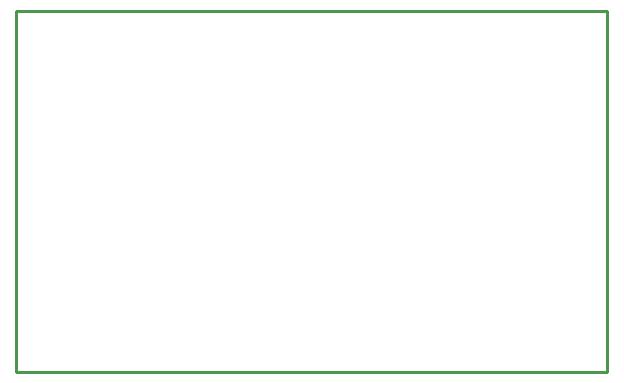
<source format=gko>
%FSDAX24Y24*%
%MOIN*%
%SFA1B1*%

%IPPOS*%
%ADD18C,0.010000*%
%LNpcb_acople-1*%
%LPD*%
G54D18*
X000000Y000000D02*
Y012050D01*
X019700*
Y000000D02*
Y012050D01*
X000000Y000000D02*
X019700D01*
M02*
</source>
